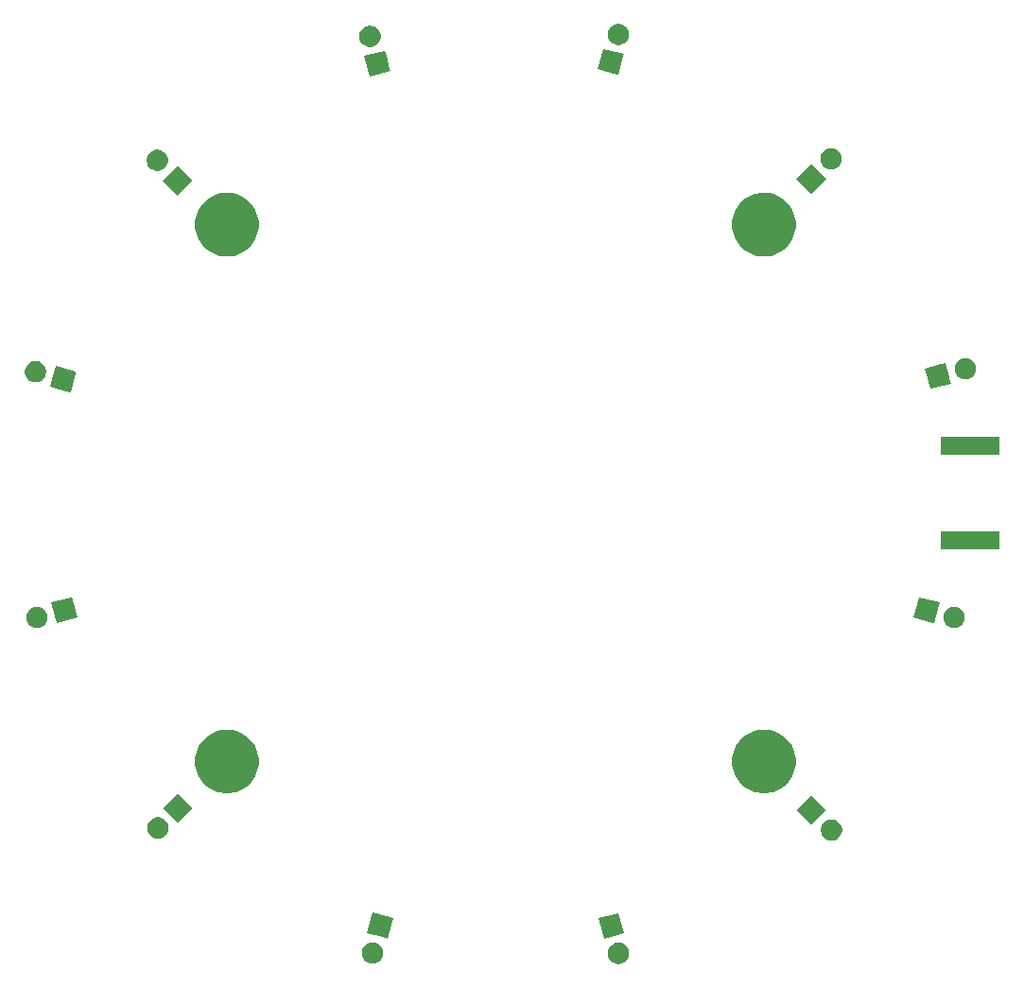
<source format=gbr>
G04 #@! TF.GenerationSoftware,KiCad,Pcbnew,5.1.5-52549c5~84~ubuntu18.04.1*
G04 #@! TF.CreationDate,2020-04-11T00:10:23+01:00*
G04 #@! TF.ProjectId,ambient,616d6269-656e-4742-9e6b-696361645f70,rev?*
G04 #@! TF.SameCoordinates,Original*
G04 #@! TF.FileFunction,Soldermask,Bot*
G04 #@! TF.FilePolarity,Negative*
%FSLAX46Y46*%
G04 Gerber Fmt 4.6, Leading zero omitted, Abs format (unit mm)*
G04 Created by KiCad (PCBNEW 5.1.5-52549c5~84~ubuntu18.04.1) date 2020-04-11 00:10:23*
%MOMM*%
%LPD*%
G04 APERTURE LIST*
%ADD10C,0.100000*%
G04 APERTURE END LIST*
D10*
G36*
X161304594Y-140305441D02*
G01*
X161477665Y-140377129D01*
X161477666Y-140377130D01*
X161633426Y-140481205D01*
X161765889Y-140613668D01*
X161765890Y-140613670D01*
X161869965Y-140769429D01*
X161941653Y-140942500D01*
X161978199Y-141126228D01*
X161978199Y-141313562D01*
X161941653Y-141497290D01*
X161869965Y-141670361D01*
X161869964Y-141670362D01*
X161765889Y-141826122D01*
X161633426Y-141958585D01*
X161555017Y-142010976D01*
X161477665Y-142062661D01*
X161304594Y-142134349D01*
X161120866Y-142170895D01*
X160933532Y-142170895D01*
X160749804Y-142134349D01*
X160576733Y-142062661D01*
X160499381Y-142010976D01*
X160420972Y-141958585D01*
X160288509Y-141826122D01*
X160184434Y-141670362D01*
X160184433Y-141670361D01*
X160112745Y-141497290D01*
X160076199Y-141313562D01*
X160076199Y-141126228D01*
X160112745Y-140942500D01*
X160184433Y-140769429D01*
X160288508Y-140613670D01*
X160288509Y-140613668D01*
X160420972Y-140481205D01*
X160576732Y-140377130D01*
X160576733Y-140377129D01*
X160749804Y-140305441D01*
X160933532Y-140268895D01*
X161120866Y-140268895D01*
X161304594Y-140305441D01*
G37*
G36*
X139273655Y-140265822D02*
G01*
X139446726Y-140337510D01*
X139446727Y-140337511D01*
X139602487Y-140441586D01*
X139734950Y-140574049D01*
X139734951Y-140574051D01*
X139839026Y-140729810D01*
X139910714Y-140902881D01*
X139947260Y-141086609D01*
X139947260Y-141273943D01*
X139910714Y-141457671D01*
X139839026Y-141630742D01*
X139839025Y-141630743D01*
X139734950Y-141786503D01*
X139602487Y-141918966D01*
X139543193Y-141958585D01*
X139446726Y-142023042D01*
X139273655Y-142094730D01*
X139089927Y-142131276D01*
X138902593Y-142131276D01*
X138718865Y-142094730D01*
X138545794Y-142023042D01*
X138449327Y-141958585D01*
X138390033Y-141918966D01*
X138257570Y-141786503D01*
X138153495Y-141630743D01*
X138153494Y-141630742D01*
X138081806Y-141457671D01*
X138045260Y-141273943D01*
X138045260Y-141086609D01*
X138081806Y-140902881D01*
X138153494Y-140729810D01*
X138257569Y-140574051D01*
X138257570Y-140574049D01*
X138390033Y-140441586D01*
X138545793Y-140337511D01*
X138545794Y-140337510D01*
X138718865Y-140265822D01*
X138902593Y-140229276D01*
X139089927Y-140229276D01*
X139273655Y-140265822D01*
G37*
G36*
X161534531Y-139438902D02*
G01*
X160085584Y-139827145D01*
X159697341Y-139931175D01*
X159697340Y-139931175D01*
X159205067Y-138093984D01*
X160654014Y-137705741D01*
X161042257Y-137601711D01*
X161042258Y-137601711D01*
X161534531Y-139438902D01*
G37*
G36*
X139369445Y-137666122D02*
G01*
X140818392Y-138054365D01*
X140326119Y-139891556D01*
X140326118Y-139891556D01*
X139937875Y-139787526D01*
X138488928Y-139399283D01*
X138981201Y-137562092D01*
X138981202Y-137562092D01*
X139369445Y-137666122D01*
G37*
G36*
X180364139Y-129255659D02*
G01*
X180537210Y-129327347D01*
X180537211Y-129327348D01*
X180692971Y-129431423D01*
X180825434Y-129563886D01*
X180825435Y-129563888D01*
X180929510Y-129719647D01*
X181001198Y-129892718D01*
X181037744Y-130076446D01*
X181037744Y-130263780D01*
X181001198Y-130447508D01*
X180929510Y-130620579D01*
X180929509Y-130620580D01*
X180825434Y-130776340D01*
X180692971Y-130908803D01*
X180689816Y-130910911D01*
X180537210Y-131012879D01*
X180364139Y-131084567D01*
X180180411Y-131121113D01*
X179993077Y-131121113D01*
X179809349Y-131084567D01*
X179636278Y-131012879D01*
X179483672Y-130910911D01*
X179480517Y-130908803D01*
X179348054Y-130776340D01*
X179243979Y-130620580D01*
X179243978Y-130620579D01*
X179172290Y-130447508D01*
X179135744Y-130263780D01*
X179135744Y-130076446D01*
X179172290Y-129892718D01*
X179243978Y-129719647D01*
X179348053Y-129563888D01*
X179348054Y-129563886D01*
X179480517Y-129431423D01*
X179636277Y-129327348D01*
X179636278Y-129327347D01*
X179809349Y-129255659D01*
X179993077Y-129219113D01*
X180180411Y-129219113D01*
X180364139Y-129255659D01*
G37*
G36*
X120044135Y-129082003D02*
G01*
X120217206Y-129153691D01*
X120217207Y-129153692D01*
X120372967Y-129257767D01*
X120505430Y-129390230D01*
X120505431Y-129390232D01*
X120609506Y-129545991D01*
X120681194Y-129719062D01*
X120717740Y-129902790D01*
X120717740Y-130090124D01*
X120681194Y-130273852D01*
X120609506Y-130446923D01*
X120609505Y-130446924D01*
X120505430Y-130602684D01*
X120372967Y-130735147D01*
X120311320Y-130776338D01*
X120217206Y-130839223D01*
X120044135Y-130910911D01*
X119860407Y-130947457D01*
X119673073Y-130947457D01*
X119489345Y-130910911D01*
X119316274Y-130839223D01*
X119222160Y-130776338D01*
X119160513Y-130735147D01*
X119028050Y-130602684D01*
X118923975Y-130446924D01*
X118923974Y-130446923D01*
X118852286Y-130273852D01*
X118815740Y-130090124D01*
X118815740Y-129902790D01*
X118852286Y-129719062D01*
X118923974Y-129545991D01*
X119028049Y-129390232D01*
X119028050Y-129390230D01*
X119160513Y-129257767D01*
X119316273Y-129153692D01*
X119316274Y-129153691D01*
X119489345Y-129082003D01*
X119673073Y-129045457D01*
X119860407Y-129045457D01*
X120044135Y-129082003D01*
G37*
G36*
X179635610Y-128374062D02*
G01*
X178290693Y-129718979D01*
X176945776Y-128374062D01*
X178290693Y-127029145D01*
X179635610Y-128374062D01*
G37*
G36*
X122907708Y-128200406D02*
G01*
X121562791Y-129545323D01*
X120217874Y-128200406D01*
X121562791Y-126855489D01*
X122907708Y-128200406D01*
G37*
G36*
X126514571Y-121245412D02*
G01*
X126789975Y-121300193D01*
X127308824Y-121515107D01*
X127775776Y-121827115D01*
X128172885Y-122224224D01*
X128484893Y-122691176D01*
X128699807Y-123210025D01*
X128809369Y-123760832D01*
X128809369Y-124322430D01*
X128699807Y-124873237D01*
X128484893Y-125392086D01*
X128172885Y-125859038D01*
X127775776Y-126256147D01*
X127308824Y-126568155D01*
X126789975Y-126783069D01*
X126514571Y-126837850D01*
X126239169Y-126892631D01*
X125677569Y-126892631D01*
X125402167Y-126837850D01*
X125126763Y-126783069D01*
X124607914Y-126568155D01*
X124140962Y-126256147D01*
X123743853Y-125859038D01*
X123431845Y-125392086D01*
X123216931Y-124873237D01*
X123107369Y-124322430D01*
X123107369Y-123760832D01*
X123216931Y-123210025D01*
X123431845Y-122691176D01*
X123743853Y-122224224D01*
X124140962Y-121827115D01*
X124607914Y-121515107D01*
X125126763Y-121300193D01*
X125402167Y-121245412D01*
X125677569Y-121190631D01*
X126239169Y-121190631D01*
X126514571Y-121245412D01*
G37*
G36*
X174597833Y-121245412D02*
G01*
X174873237Y-121300193D01*
X175392086Y-121515107D01*
X175859038Y-121827115D01*
X176256147Y-122224224D01*
X176568155Y-122691176D01*
X176783069Y-123210025D01*
X176892631Y-123760832D01*
X176892631Y-124322430D01*
X176783069Y-124873237D01*
X176568155Y-125392086D01*
X176256147Y-125859038D01*
X175859038Y-126256147D01*
X175392086Y-126568155D01*
X174873237Y-126783069D01*
X174597833Y-126837850D01*
X174322431Y-126892631D01*
X173760831Y-126892631D01*
X173485429Y-126837850D01*
X173210025Y-126783069D01*
X172691176Y-126568155D01*
X172224224Y-126256147D01*
X171827115Y-125859038D01*
X171515107Y-125392086D01*
X171300193Y-124873237D01*
X171190631Y-124322430D01*
X171190631Y-123760832D01*
X171300193Y-123210025D01*
X171515107Y-122691176D01*
X171827115Y-122224224D01*
X172224224Y-121827115D01*
X172691176Y-121515107D01*
X173210025Y-121300193D01*
X173485429Y-121245412D01*
X173760831Y-121190631D01*
X174322431Y-121190631D01*
X174597833Y-121245412D01*
G37*
G36*
X191345299Y-110235733D02*
G01*
X191518370Y-110307421D01*
X191518371Y-110307422D01*
X191674131Y-110411497D01*
X191806594Y-110543960D01*
X191806595Y-110543962D01*
X191910670Y-110699721D01*
X191982358Y-110872792D01*
X192018904Y-111056520D01*
X192018904Y-111243854D01*
X191982358Y-111427582D01*
X191910670Y-111600653D01*
X191910669Y-111600654D01*
X191806594Y-111756414D01*
X191674131Y-111888877D01*
X191595722Y-111941268D01*
X191518370Y-111992953D01*
X191345299Y-112064641D01*
X191161571Y-112101187D01*
X190974237Y-112101187D01*
X190790509Y-112064641D01*
X190617438Y-111992953D01*
X190540086Y-111941268D01*
X190461677Y-111888877D01*
X190329214Y-111756414D01*
X190225139Y-111600654D01*
X190225138Y-111600653D01*
X190153450Y-111427582D01*
X190116904Y-111243854D01*
X190116904Y-111056520D01*
X190153450Y-110872792D01*
X190225138Y-110699721D01*
X190329213Y-110543962D01*
X190329214Y-110543960D01*
X190461677Y-110411497D01*
X190617437Y-110307422D01*
X190617438Y-110307421D01*
X190790509Y-110235733D01*
X190974237Y-110199187D01*
X191161571Y-110199187D01*
X191345299Y-110235733D01*
G37*
G36*
X109203947Y-110225117D02*
G01*
X109377018Y-110296805D01*
X109377019Y-110296806D01*
X109532779Y-110400881D01*
X109665242Y-110533344D01*
X109717633Y-110611753D01*
X109769318Y-110689105D01*
X109841006Y-110862176D01*
X109877552Y-111045904D01*
X109877552Y-111233238D01*
X109841006Y-111416966D01*
X109769318Y-111590037D01*
X109762224Y-111600654D01*
X109665242Y-111745798D01*
X109532779Y-111878261D01*
X109516891Y-111888877D01*
X109377018Y-111982337D01*
X109203947Y-112054025D01*
X109020219Y-112090571D01*
X108832885Y-112090571D01*
X108649157Y-112054025D01*
X108476086Y-111982337D01*
X108336213Y-111888877D01*
X108320325Y-111878261D01*
X108187862Y-111745798D01*
X108090880Y-111600654D01*
X108083786Y-111590037D01*
X108012098Y-111416966D01*
X107975552Y-111233238D01*
X107975552Y-111045904D01*
X108012098Y-110862176D01*
X108083786Y-110689105D01*
X108135471Y-110611753D01*
X108187862Y-110533344D01*
X108320325Y-110400881D01*
X108476085Y-110296806D01*
X108476086Y-110296805D01*
X108649157Y-110225117D01*
X108832885Y-110188571D01*
X109020219Y-110188571D01*
X109203947Y-110225117D01*
G37*
G36*
X188330237Y-109432085D02*
G01*
X189779184Y-109820328D01*
X189286911Y-111657519D01*
X189286910Y-111657519D01*
X188898667Y-111553489D01*
X187449720Y-111165246D01*
X187452565Y-111154630D01*
X187619037Y-110533346D01*
X187941993Y-109328055D01*
X187941994Y-109328055D01*
X188330237Y-109432085D01*
G37*
G36*
X112544736Y-111154630D02*
G01*
X111095789Y-111542873D01*
X110707546Y-111646903D01*
X110707545Y-111646903D01*
X110218117Y-109820329D01*
X110215272Y-109809713D01*
X110215272Y-109809712D01*
X112012843Y-109328055D01*
X112052462Y-109317439D01*
X112052463Y-109317439D01*
X112544736Y-111154630D01*
G37*
G36*
X195091000Y-105051000D02*
G01*
X189909000Y-105051000D01*
X189909000Y-103449000D01*
X195091000Y-103449000D01*
X195091000Y-105051000D01*
G37*
G36*
X195091000Y-96551000D02*
G01*
X189909000Y-96551000D01*
X189909000Y-94949000D01*
X195091000Y-94949000D01*
X195091000Y-96551000D01*
G37*
G36*
X110990519Y-88744153D02*
G01*
X112439466Y-89132396D01*
X112439466Y-89132397D01*
X112391637Y-89310896D01*
X111947193Y-90969587D01*
X111947192Y-90969587D01*
X111558949Y-90865557D01*
X110110002Y-90477314D01*
X110186911Y-90190287D01*
X110288425Y-89811429D01*
X110602275Y-88640123D01*
X110602276Y-88640123D01*
X110990519Y-88744153D01*
G37*
G36*
X190626004Y-89597921D02*
G01*
X190760122Y-90098455D01*
X190784728Y-90190288D01*
X189335781Y-90578531D01*
X188947538Y-90682561D01*
X188947537Y-90682561D01*
X188533627Y-89137824D01*
X188455264Y-88845371D01*
X188455264Y-88845370D01*
X189904211Y-88457127D01*
X190292454Y-88353097D01*
X190292455Y-88353097D01*
X190626004Y-89597921D01*
G37*
G36*
X109098677Y-88233001D02*
G01*
X109271748Y-88304689D01*
X109271749Y-88304690D01*
X109427509Y-88408765D01*
X109559972Y-88541228D01*
X109559973Y-88541230D01*
X109664048Y-88696989D01*
X109735736Y-88870060D01*
X109772282Y-89053788D01*
X109772282Y-89241122D01*
X109735736Y-89424850D01*
X109664048Y-89597921D01*
X109663247Y-89599120D01*
X109559972Y-89753682D01*
X109427509Y-89886145D01*
X109349100Y-89938536D01*
X109271748Y-89990221D01*
X109098677Y-90061909D01*
X108914949Y-90098455D01*
X108727615Y-90098455D01*
X108543887Y-90061909D01*
X108370816Y-89990221D01*
X108293464Y-89938536D01*
X108215055Y-89886145D01*
X108082592Y-89753682D01*
X107979317Y-89599120D01*
X107978516Y-89597921D01*
X107906828Y-89424850D01*
X107870282Y-89241122D01*
X107870282Y-89053788D01*
X107906828Y-88870060D01*
X107978516Y-88696989D01*
X108082591Y-88541230D01*
X108082592Y-88541228D01*
X108215055Y-88408765D01*
X108370815Y-88304690D01*
X108370816Y-88304689D01*
X108543887Y-88233001D01*
X108727615Y-88196455D01*
X108914949Y-88196455D01*
X109098677Y-88233001D01*
G37*
G36*
X192350843Y-87945975D02*
G01*
X192523914Y-88017663D01*
X192523915Y-88017664D01*
X192679675Y-88121739D01*
X192812138Y-88254202D01*
X192812139Y-88254204D01*
X192916214Y-88409963D01*
X192987902Y-88583034D01*
X193024448Y-88766762D01*
X193024448Y-88954096D01*
X192987902Y-89137824D01*
X192916214Y-89310895D01*
X192916213Y-89310896D01*
X192812138Y-89466656D01*
X192679675Y-89599119D01*
X192601266Y-89651510D01*
X192523914Y-89703195D01*
X192350843Y-89774883D01*
X192167115Y-89811429D01*
X191979781Y-89811429D01*
X191796053Y-89774883D01*
X191622982Y-89703195D01*
X191545630Y-89651510D01*
X191467221Y-89599119D01*
X191334758Y-89466656D01*
X191230683Y-89310896D01*
X191230682Y-89310895D01*
X191158994Y-89137824D01*
X191122448Y-88954096D01*
X191122448Y-88766762D01*
X191158994Y-88583034D01*
X191230682Y-88409963D01*
X191334757Y-88254204D01*
X191334758Y-88254202D01*
X191467221Y-88121739D01*
X191622981Y-88017664D01*
X191622982Y-88017663D01*
X191796053Y-87945975D01*
X191979781Y-87909429D01*
X192167115Y-87909429D01*
X192350843Y-87945975D01*
G37*
G36*
X126514571Y-73162150D02*
G01*
X126789975Y-73216931D01*
X127308824Y-73431845D01*
X127775776Y-73743853D01*
X128172885Y-74140962D01*
X128484893Y-74607914D01*
X128699807Y-75126763D01*
X128809369Y-75677570D01*
X128809369Y-76239168D01*
X128699807Y-76789975D01*
X128484893Y-77308824D01*
X128172885Y-77775776D01*
X127775776Y-78172885D01*
X127308824Y-78484893D01*
X126789975Y-78699807D01*
X126514571Y-78754588D01*
X126239169Y-78809369D01*
X125677569Y-78809369D01*
X125402167Y-78754588D01*
X125126763Y-78699807D01*
X124607914Y-78484893D01*
X124140962Y-78172885D01*
X123743853Y-77775776D01*
X123431845Y-77308824D01*
X123216931Y-76789975D01*
X123107369Y-76239168D01*
X123107369Y-75677570D01*
X123216931Y-75126763D01*
X123431845Y-74607914D01*
X123743853Y-74140962D01*
X124140962Y-73743853D01*
X124607914Y-73431845D01*
X125126763Y-73216931D01*
X125402167Y-73162150D01*
X125677569Y-73107369D01*
X126239169Y-73107369D01*
X126514571Y-73162150D01*
G37*
G36*
X174597833Y-73162150D02*
G01*
X174873237Y-73216931D01*
X175392086Y-73431845D01*
X175859038Y-73743853D01*
X176256147Y-74140962D01*
X176568155Y-74607914D01*
X176783069Y-75126763D01*
X176892631Y-75677570D01*
X176892631Y-76239168D01*
X176783069Y-76789975D01*
X176568155Y-77308824D01*
X176256147Y-77775776D01*
X175859038Y-78172885D01*
X175392086Y-78484893D01*
X174873237Y-78699807D01*
X174597833Y-78754588D01*
X174322431Y-78809369D01*
X173760831Y-78809369D01*
X173485429Y-78754588D01*
X173210025Y-78699807D01*
X172691176Y-78484893D01*
X172224224Y-78172885D01*
X171827115Y-77775776D01*
X171515107Y-77308824D01*
X171300193Y-76789975D01*
X171190631Y-76239168D01*
X171190631Y-75677570D01*
X171300193Y-75126763D01*
X171515107Y-74607914D01*
X171827115Y-74140962D01*
X172224224Y-73743853D01*
X172691176Y-73431845D01*
X173210025Y-73216931D01*
X173760831Y-73107369D01*
X174322431Y-73107369D01*
X174597833Y-73162150D01*
G37*
G36*
X122859682Y-71997473D02*
G01*
X121514765Y-73342390D01*
X120169848Y-71997473D01*
X121514765Y-70652556D01*
X122859682Y-71997473D01*
G37*
G36*
X179606607Y-71855754D02*
G01*
X178261690Y-73200671D01*
X176916773Y-71855754D01*
X178261690Y-70510837D01*
X179606607Y-71855754D01*
G37*
G36*
X119996109Y-69286968D02*
G01*
X120169180Y-69358656D01*
X120169181Y-69358657D01*
X120324941Y-69462732D01*
X120457404Y-69595195D01*
X120509795Y-69673604D01*
X120561480Y-69750956D01*
X120633168Y-69924027D01*
X120669714Y-70107755D01*
X120669714Y-70295089D01*
X120633168Y-70478817D01*
X120561480Y-70651888D01*
X120552097Y-70665930D01*
X120457404Y-70807649D01*
X120324941Y-70940112D01*
X120273990Y-70974156D01*
X120169180Y-71044188D01*
X119996109Y-71115876D01*
X119812381Y-71152422D01*
X119625047Y-71152422D01*
X119441319Y-71115876D01*
X119268248Y-71044188D01*
X119163438Y-70974156D01*
X119112487Y-70940112D01*
X118980024Y-70807649D01*
X118885331Y-70665930D01*
X118875948Y-70651888D01*
X118804260Y-70478817D01*
X118767714Y-70295089D01*
X118767714Y-70107755D01*
X118804260Y-69924027D01*
X118875948Y-69750956D01*
X118927633Y-69673604D01*
X118980024Y-69595195D01*
X119112487Y-69462732D01*
X119268247Y-69358657D01*
X119268248Y-69358656D01*
X119441319Y-69286968D01*
X119625047Y-69250422D01*
X119812381Y-69250422D01*
X119996109Y-69286968D01*
G37*
G36*
X180335136Y-69145249D02*
G01*
X180508207Y-69216937D01*
X180508208Y-69216938D01*
X180663968Y-69321013D01*
X180796431Y-69453476D01*
X180848822Y-69531885D01*
X180900507Y-69609237D01*
X180972195Y-69782308D01*
X181008741Y-69966036D01*
X181008741Y-70153370D01*
X180972195Y-70337098D01*
X180900507Y-70510169D01*
X180900060Y-70510838D01*
X180796431Y-70665930D01*
X180663968Y-70798393D01*
X180650118Y-70807647D01*
X180508207Y-70902469D01*
X180335136Y-70974157D01*
X180151408Y-71010703D01*
X179964074Y-71010703D01*
X179780346Y-70974157D01*
X179607275Y-70902469D01*
X179465364Y-70807647D01*
X179451514Y-70798393D01*
X179319051Y-70665930D01*
X179215422Y-70510838D01*
X179214975Y-70510169D01*
X179143287Y-70337098D01*
X179106741Y-70153370D01*
X179106741Y-69966036D01*
X179143287Y-69782308D01*
X179214975Y-69609237D01*
X179266660Y-69531885D01*
X179319051Y-69453476D01*
X179451514Y-69321013D01*
X179607274Y-69216938D01*
X179607275Y-69216937D01*
X179780346Y-69145249D01*
X179964074Y-69108703D01*
X180151408Y-69108703D01*
X180335136Y-69145249D01*
G37*
G36*
X140227157Y-60884623D02*
G01*
X140541982Y-62059565D01*
X140587526Y-62229540D01*
X139384691Y-62551838D01*
X138750336Y-62721813D01*
X138750335Y-62721813D01*
X138258062Y-60884622D01*
X139707009Y-60496379D01*
X140095252Y-60392349D01*
X140095253Y-60392349D01*
X140227157Y-60884623D01*
G37*
G36*
X160057377Y-60326404D02*
G01*
X161506324Y-60714647D01*
X161506324Y-60714648D01*
X161460779Y-60884623D01*
X161014051Y-62551838D01*
X161014050Y-62551838D01*
X160625807Y-62447808D01*
X159176860Y-62059565D01*
X159669133Y-60222374D01*
X159669134Y-60222374D01*
X160057377Y-60326404D01*
G37*
G36*
X139042789Y-58189175D02*
G01*
X139215860Y-58260863D01*
X139215861Y-58260864D01*
X139371621Y-58364939D01*
X139504084Y-58497402D01*
X139504085Y-58497404D01*
X139608160Y-58653163D01*
X139679848Y-58826234D01*
X139716394Y-59009962D01*
X139716394Y-59197296D01*
X139679848Y-59381024D01*
X139608160Y-59554095D01*
X139608159Y-59554096D01*
X139504084Y-59709856D01*
X139371621Y-59842319D01*
X139362957Y-59848108D01*
X139215860Y-59946395D01*
X139042789Y-60018083D01*
X138859061Y-60054629D01*
X138671727Y-60054629D01*
X138487999Y-60018083D01*
X138314928Y-59946395D01*
X138167831Y-59848108D01*
X138159167Y-59842319D01*
X138026704Y-59709856D01*
X137922629Y-59554096D01*
X137922628Y-59554095D01*
X137850940Y-59381024D01*
X137814394Y-59197296D01*
X137814394Y-59009962D01*
X137850940Y-58826234D01*
X137922628Y-58653163D01*
X138026703Y-58497404D01*
X138026704Y-58497402D01*
X138159167Y-58364939D01*
X138314927Y-58260864D01*
X138314928Y-58260863D01*
X138487999Y-58189175D01*
X138671727Y-58152629D01*
X138859061Y-58152629D01*
X139042789Y-58189175D01*
G37*
G36*
X161276387Y-58019200D02*
G01*
X161449458Y-58090888D01*
X161449459Y-58090889D01*
X161605219Y-58194964D01*
X161737682Y-58327427D01*
X161790073Y-58405836D01*
X161841758Y-58483188D01*
X161913446Y-58656259D01*
X161949992Y-58839987D01*
X161949992Y-59027321D01*
X161913446Y-59211049D01*
X161841758Y-59384120D01*
X161841757Y-59384121D01*
X161737682Y-59539881D01*
X161605219Y-59672344D01*
X161549081Y-59709854D01*
X161449458Y-59776420D01*
X161276387Y-59848108D01*
X161092659Y-59884654D01*
X160905325Y-59884654D01*
X160721597Y-59848108D01*
X160548526Y-59776420D01*
X160448903Y-59709854D01*
X160392765Y-59672344D01*
X160260302Y-59539881D01*
X160156227Y-59384121D01*
X160156226Y-59384120D01*
X160084538Y-59211049D01*
X160047992Y-59027321D01*
X160047992Y-58839987D01*
X160084538Y-58656259D01*
X160156226Y-58483188D01*
X160207911Y-58405836D01*
X160260302Y-58327427D01*
X160392765Y-58194964D01*
X160548525Y-58090889D01*
X160548526Y-58090888D01*
X160721597Y-58019200D01*
X160905325Y-57982654D01*
X161092659Y-57982654D01*
X161276387Y-58019200D01*
G37*
M02*

</source>
